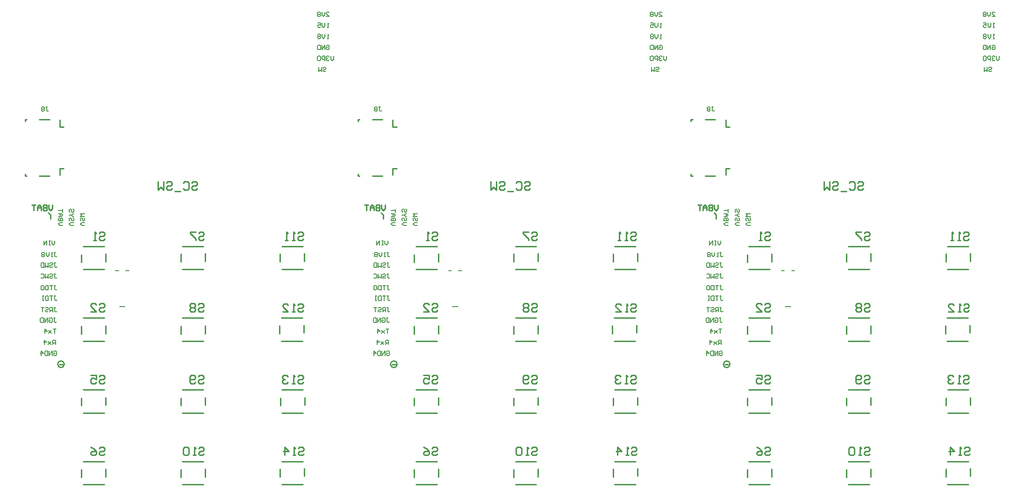
<source format=gbo>
G04 Layer_Color=16776960*
%FSLAX25Y25*%
%MOIN*%
G70*
G01*
G75*
%ADD10C,0.00787*%
%ADD49C,0.00591*%
%ADD52C,0.00984*%
%ADD93C,0.01000*%
D10*
X64961Y200787D02*
X67126D01*
X67717Y175197D02*
X71654D01*
X72245Y200787D02*
X74410D01*
X302362D02*
X304528D01*
X305118Y175197D02*
X309055D01*
X309646Y200787D02*
X311811D01*
X539764D02*
X541929D01*
X542520Y175197D02*
X546457D01*
X547048Y200787D02*
X549213D01*
D49*
X15224Y317716D02*
X16274D01*
X15749D01*
Y315092D01*
X16274Y314567D01*
X16798D01*
X17323Y315092D01*
X14175Y317191D02*
X13650Y317716D01*
X12600D01*
X12076Y317191D01*
Y316666D01*
X12600Y316141D01*
X12076Y315616D01*
Y315092D01*
X12600Y314567D01*
X13650D01*
X14175Y315092D01*
Y315616D01*
X13650Y316141D01*
X14175Y316666D01*
Y317191D01*
X13650Y316141D02*
X12600D01*
X216930Y374410D02*
X215880D01*
X216405D01*
Y377558D01*
X216930Y377033D01*
X214306Y377558D02*
Y375459D01*
X213256Y374410D01*
X212207Y375459D01*
Y377558D01*
X209058D02*
X211157D01*
Y375984D01*
X210108Y376508D01*
X209583D01*
X209058Y375984D01*
Y374934D01*
X209583Y374410D01*
X210632D01*
X211157Y374934D01*
X216930Y366535D02*
X215880D01*
X216405D01*
Y369684D01*
X216930Y369159D01*
X214306Y369684D02*
Y367585D01*
X213256Y366535D01*
X212207Y367585D01*
Y369684D01*
X211157Y369159D02*
X210632Y369684D01*
X209583D01*
X209058Y369159D01*
Y368635D01*
X209583Y368110D01*
X209058Y367585D01*
Y367060D01*
X209583Y366535D01*
X210632D01*
X211157Y367060D01*
Y367585D01*
X210632Y368110D01*
X211157Y368635D01*
Y369159D01*
X210632Y368110D02*
X209583D01*
X215224Y382283D02*
X217323D01*
X215224Y384383D01*
Y384907D01*
X215749Y385432D01*
X216798D01*
X217323Y384907D01*
X214175Y385432D02*
Y383333D01*
X213125Y382283D01*
X212076Y383333D01*
Y385432D01*
X211026Y384907D02*
X210501Y385432D01*
X209452D01*
X208927Y384907D01*
Y384383D01*
X209452Y383858D01*
X208927Y383333D01*
Y382808D01*
X209452Y382283D01*
X210501D01*
X211026Y382808D01*
Y383333D01*
X210501Y383858D01*
X211026Y384383D01*
Y384907D01*
X210501Y383858D02*
X209452D01*
X20736Y142781D02*
X21261Y143306D01*
X22310D01*
X22835Y142781D01*
Y140682D01*
X22310Y140157D01*
X21261D01*
X20736Y140682D01*
Y141732D01*
X21786D01*
X19686Y140157D02*
Y143306D01*
X17587Y140157D01*
Y143306D01*
X16538D02*
Y140157D01*
X14964D01*
X14439Y140682D01*
Y142781D01*
X14964Y143306D01*
X16538D01*
X11815Y140157D02*
Y143306D01*
X13389Y141732D01*
X11290D01*
X215224Y361285D02*
X215749Y361810D01*
X216798D01*
X217323Y361285D01*
Y359186D01*
X216798Y358661D01*
X215749D01*
X215224Y359186D01*
Y360236D01*
X216274D01*
X214175Y358661D02*
Y361810D01*
X212076Y358661D01*
Y361810D01*
X211026D02*
Y358661D01*
X209452D01*
X208927Y359186D01*
Y361285D01*
X209452Y361810D01*
X211026D01*
X21130Y213778D02*
X22179D01*
X21654D01*
Y211155D01*
X22179Y210630D01*
X22704D01*
X23229Y211155D01*
X20080Y210630D02*
X19031D01*
X19555D01*
Y213778D01*
X20080Y213254D01*
X17456Y213778D02*
Y211679D01*
X16407Y210630D01*
X15357Y211679D01*
Y213778D01*
X14308Y213254D02*
X13783Y213778D01*
X12733D01*
X12209Y213254D01*
Y212729D01*
X12733Y212204D01*
X12209Y211679D01*
Y211155D01*
X12733Y210630D01*
X13783D01*
X14308Y211155D01*
Y211679D01*
X13783Y212204D01*
X14308Y212729D01*
Y213254D01*
X13783Y212204D02*
X12733D01*
X20736Y166928D02*
X21786D01*
X21261D01*
Y164304D01*
X21786Y163779D01*
X22310D01*
X22835Y164304D01*
X17587Y166403D02*
X18112Y166928D01*
X19162D01*
X19686Y166403D01*
Y164304D01*
X19162Y163779D01*
X18112D01*
X17587Y164304D01*
Y165354D01*
X18637D01*
X16538Y163779D02*
Y166928D01*
X14439Y163779D01*
Y166928D01*
X13389D02*
Y163779D01*
X11815D01*
X11290Y164304D01*
Y166403D01*
X11815Y166928D01*
X13389D01*
X21130Y174408D02*
X22179D01*
X21654D01*
Y171785D01*
X22179Y171260D01*
X22704D01*
X23229Y171785D01*
X20080Y171260D02*
Y174408D01*
X18506D01*
X17981Y173884D01*
Y172834D01*
X18506Y172309D01*
X20080D01*
X19031D02*
X17981Y171260D01*
X14832Y173884D02*
X15357Y174408D01*
X16407D01*
X16931Y173884D01*
Y173359D01*
X16407Y172834D01*
X15357D01*
X14832Y172309D01*
Y171785D01*
X15357Y171260D01*
X16407D01*
X16931Y171785D01*
X13783Y174408D02*
X11684D01*
X12733D01*
Y171260D01*
X21130Y198424D02*
X22179D01*
X21654D01*
Y195800D01*
X22179Y195276D01*
X22704D01*
X23229Y195800D01*
X17981Y197899D02*
X18506Y198424D01*
X19555D01*
X20080Y197899D01*
Y197375D01*
X19555Y196850D01*
X18506D01*
X17981Y196325D01*
Y195800D01*
X18506Y195276D01*
X19555D01*
X20080Y195800D01*
X16931Y198424D02*
Y195276D01*
X15882Y196325D01*
X14832Y195276D01*
Y198424D01*
X11684Y197899D02*
X12209Y198424D01*
X13258D01*
X13783Y197899D01*
Y195800D01*
X13258Y195276D01*
X12209D01*
X11684Y195800D01*
X21130Y206298D02*
X22179D01*
X21654D01*
Y203674D01*
X22179Y203150D01*
X22704D01*
X23229Y203674D01*
X17981Y205773D02*
X18506Y206298D01*
X19555D01*
X20080Y205773D01*
Y205249D01*
X19555Y204724D01*
X18506D01*
X17981Y204199D01*
Y203674D01*
X18506Y203150D01*
X19555D01*
X20080Y203674D01*
X16931Y206298D02*
Y203150D01*
X15882Y204199D01*
X14832Y203150D01*
Y206298D01*
X13783D02*
Y203150D01*
X12209D01*
X11684Y203674D01*
Y205773D01*
X12209Y206298D01*
X13783D01*
X21130Y182676D02*
X22179D01*
X21654D01*
Y180052D01*
X22179Y179528D01*
X22704D01*
X23229Y180052D01*
X20080Y182676D02*
X17981D01*
X19031D01*
Y179528D01*
X16931Y182676D02*
Y179528D01*
X15357D01*
X14832Y180052D01*
Y182151D01*
X15357Y182676D01*
X16931D01*
X13783D02*
X12733D01*
X13258D01*
Y179528D01*
X13783D01*
X12733D01*
X21130Y190156D02*
X22179D01*
X21654D01*
Y187533D01*
X22179Y187008D01*
X22704D01*
X23229Y187533D01*
X20080Y190156D02*
X17981D01*
X19031D01*
Y187008D01*
X16931Y190156D02*
Y187008D01*
X15357D01*
X14832Y187533D01*
Y189632D01*
X15357Y190156D01*
X16931D01*
X12209D02*
X13258D01*
X13783Y189632D01*
Y187533D01*
X13258Y187008D01*
X12209D01*
X11684Y187533D01*
Y189632D01*
X12209Y190156D01*
X22048Y148031D02*
Y151180D01*
X20473D01*
X19949Y150655D01*
Y149606D01*
X20473Y149081D01*
X22048D01*
X20998D02*
X19949Y148031D01*
X18899Y150131D02*
X16800Y148031D01*
X17850Y149081D01*
X16800Y150131D01*
X18899Y148031D01*
X14176D02*
Y151180D01*
X15750Y149606D01*
X13651D01*
X212862Y345537D02*
X213387Y346062D01*
X214436D01*
X214961Y345537D01*
Y345012D01*
X214436Y344488D01*
X213387D01*
X212862Y343963D01*
Y343438D01*
X213387Y342913D01*
X214436D01*
X214961Y343438D01*
X211812Y346062D02*
Y342913D01*
X210763Y343963D01*
X209713Y342913D01*
Y346062D01*
X22441Y159054D02*
X20342D01*
X21392D01*
Y155905D01*
X19293Y158005D02*
X17194Y155905D01*
X18243Y156955D01*
X17194Y158005D01*
X19293Y155905D01*
X14570D02*
Y159054D01*
X16144Y157480D01*
X14045D01*
X220473Y353936D02*
Y351837D01*
X219423Y350787D01*
X218374Y351837D01*
Y353936D01*
X217324Y353411D02*
X216799Y353936D01*
X215750D01*
X215225Y353411D01*
Y352887D01*
X215750Y352362D01*
X216275D01*
X215750D01*
X215225Y351837D01*
Y351312D01*
X215750Y350787D01*
X216799D01*
X217324Y351312D01*
X214176Y350787D02*
Y353936D01*
X212601D01*
X212077Y353411D01*
Y352362D01*
X212601Y351837D01*
X214176D01*
X211027Y353411D02*
X210502Y353936D01*
X209453D01*
X208928Y353411D01*
Y351312D01*
X209453Y350787D01*
X210502D01*
X211027Y351312D01*
Y353411D01*
X27165Y233071D02*
X25066D01*
X24016Y234120D01*
X25066Y235170D01*
X27165D01*
Y236220D02*
X24016D01*
Y237794D01*
X24541Y238318D01*
X25066D01*
X25590Y237794D01*
Y236220D01*
Y237794D01*
X26115Y238318D01*
X26640D01*
X27165Y237794D01*
Y236220D01*
X24016Y239368D02*
X26115D01*
X27165Y240418D01*
X26115Y241467D01*
X24016D01*
X25590D01*
Y239368D01*
X27165Y242517D02*
Y244616D01*
Y243566D01*
X24016D01*
X21654Y222046D02*
Y219947D01*
X20604Y218898D01*
X19555Y219947D01*
Y222046D01*
X18505D02*
X17456D01*
X17981D01*
Y218898D01*
X18505D01*
X17456D01*
X15881D02*
Y222046D01*
X13782Y218898D01*
Y222046D01*
X42913Y233071D02*
X40814D01*
X39764Y234120D01*
X40814Y235170D01*
X42913D01*
X42388Y238318D02*
X42913Y237794D01*
Y236744D01*
X42388Y236220D01*
X41863D01*
X41339Y236744D01*
Y237794D01*
X40814Y238318D01*
X40289D01*
X39764Y237794D01*
Y236744D01*
X40289Y236220D01*
X42913Y239368D02*
X39764D01*
X40814Y240418D01*
X39764Y241467D01*
X42913D01*
X35039Y233071D02*
X32940D01*
X31890Y234120D01*
X32940Y235170D01*
X35039D01*
X34514Y238318D02*
X35039Y237794D01*
Y236744D01*
X34514Y236220D01*
X33989D01*
X33464Y236744D01*
Y237794D01*
X32940Y238318D01*
X32415D01*
X31890Y237794D01*
Y236744D01*
X32415Y236220D01*
X35039Y239368D02*
X34514D01*
X33464Y240418D01*
X34514Y241467D01*
X35039D01*
X33464Y240418D02*
X31890D01*
X34514Y244616D02*
X35039Y244091D01*
Y243041D01*
X34514Y242517D01*
X33989D01*
X33464Y243041D01*
Y244091D01*
X32940Y244616D01*
X32415D01*
X31890Y244091D01*
Y243041D01*
X32415Y242517D01*
X252626Y317716D02*
X253675D01*
X253150D01*
Y315092D01*
X253675Y314567D01*
X254200D01*
X254725Y315092D01*
X251576Y317191D02*
X251051Y317716D01*
X250002D01*
X249477Y317191D01*
Y316666D01*
X250002Y316141D01*
X249477Y315616D01*
Y315092D01*
X250002Y314567D01*
X251051D01*
X251576Y315092D01*
Y315616D01*
X251051Y316141D01*
X251576Y316666D01*
Y317191D01*
X251051Y316141D02*
X250002D01*
X454331Y374410D02*
X453281D01*
X453806D01*
Y377558D01*
X454331Y377033D01*
X451707Y377558D02*
Y375459D01*
X450658Y374410D01*
X449608Y375459D01*
Y377558D01*
X446460D02*
X448559D01*
Y375984D01*
X447509Y376508D01*
X446984D01*
X446460Y375984D01*
Y374934D01*
X446984Y374410D01*
X448034D01*
X448559Y374934D01*
X454331Y366535D02*
X453281D01*
X453806D01*
Y369684D01*
X454331Y369159D01*
X451707Y369684D02*
Y367585D01*
X450658Y366535D01*
X449608Y367585D01*
Y369684D01*
X448559Y369159D02*
X448034Y369684D01*
X446984D01*
X446460Y369159D01*
Y368635D01*
X446984Y368110D01*
X446460Y367585D01*
Y367060D01*
X446984Y366535D01*
X448034D01*
X448559Y367060D01*
Y367585D01*
X448034Y368110D01*
X448559Y368635D01*
Y369159D01*
X448034Y368110D02*
X446984D01*
X452626Y382283D02*
X454725D01*
X452626Y384383D01*
Y384907D01*
X453150Y385432D01*
X454200D01*
X454725Y384907D01*
X451576Y385432D02*
Y383333D01*
X450527Y382283D01*
X449477Y383333D01*
Y385432D01*
X448428Y384907D02*
X447903Y385432D01*
X446853D01*
X446328Y384907D01*
Y384383D01*
X446853Y383858D01*
X446328Y383333D01*
Y382808D01*
X446853Y382283D01*
X447903D01*
X448428Y382808D01*
Y383333D01*
X447903Y383858D01*
X448428Y384383D01*
Y384907D01*
X447903Y383858D02*
X446853D01*
X258137Y142781D02*
X258662Y143306D01*
X259712D01*
X260237Y142781D01*
Y140682D01*
X259712Y140157D01*
X258662D01*
X258137Y140682D01*
Y141732D01*
X259187D01*
X257088Y140157D02*
Y143306D01*
X254989Y140157D01*
Y143306D01*
X253939D02*
Y140157D01*
X252365D01*
X251840Y140682D01*
Y142781D01*
X252365Y143306D01*
X253939D01*
X249217Y140157D02*
Y143306D01*
X250791Y141732D01*
X248692D01*
X452626Y361285D02*
X453150Y361810D01*
X454200D01*
X454725Y361285D01*
Y359186D01*
X454200Y358661D01*
X453150D01*
X452626Y359186D01*
Y360236D01*
X453675D01*
X451576Y358661D02*
Y361810D01*
X449477Y358661D01*
Y361810D01*
X448427D02*
Y358661D01*
X446853D01*
X446328Y359186D01*
Y361285D01*
X446853Y361810D01*
X448427D01*
X258531Y213778D02*
X259581D01*
X259056D01*
Y211155D01*
X259581Y210630D01*
X260105D01*
X260630Y211155D01*
X257482Y210630D02*
X256432D01*
X256957D01*
Y213778D01*
X257482Y213254D01*
X254858Y213778D02*
Y211679D01*
X253808Y210630D01*
X252759Y211679D01*
Y213778D01*
X251709Y213254D02*
X251185Y213778D01*
X250135D01*
X249610Y213254D01*
Y212729D01*
X250135Y212204D01*
X249610Y211679D01*
Y211155D01*
X250135Y210630D01*
X251185D01*
X251709Y211155D01*
Y211679D01*
X251185Y212204D01*
X251709Y212729D01*
Y213254D01*
X251185Y212204D02*
X250135D01*
X258137Y166928D02*
X259187D01*
X258662D01*
Y164304D01*
X259187Y163779D01*
X259712D01*
X260237Y164304D01*
X254989Y166403D02*
X255514Y166928D01*
X256563D01*
X257088Y166403D01*
Y164304D01*
X256563Y163779D01*
X255514D01*
X254989Y164304D01*
Y165354D01*
X256038D01*
X253939Y163779D02*
Y166928D01*
X251840Y163779D01*
Y166928D01*
X250791D02*
Y163779D01*
X249217D01*
X248692Y164304D01*
Y166403D01*
X249217Y166928D01*
X250791D01*
X258531Y174408D02*
X259581D01*
X259056D01*
Y171785D01*
X259581Y171260D01*
X260105D01*
X260630Y171785D01*
X257482Y171260D02*
Y174408D01*
X255907D01*
X255383Y173884D01*
Y172834D01*
X255907Y172309D01*
X257482D01*
X256432D02*
X255383Y171260D01*
X252234Y173884D02*
X252759Y174408D01*
X253808D01*
X254333Y173884D01*
Y173359D01*
X253808Y172834D01*
X252759D01*
X252234Y172309D01*
Y171785D01*
X252759Y171260D01*
X253808D01*
X254333Y171785D01*
X251185Y174408D02*
X249085D01*
X250135D01*
Y171260D01*
X258531Y198424D02*
X259581D01*
X259056D01*
Y195800D01*
X259581Y195276D01*
X260105D01*
X260630Y195800D01*
X255383Y197899D02*
X255907Y198424D01*
X256957D01*
X257482Y197899D01*
Y197375D01*
X256957Y196850D01*
X255907D01*
X255383Y196325D01*
Y195800D01*
X255907Y195276D01*
X256957D01*
X257482Y195800D01*
X254333Y198424D02*
Y195276D01*
X253284Y196325D01*
X252234Y195276D01*
Y198424D01*
X249085Y197899D02*
X249610Y198424D01*
X250660D01*
X251185Y197899D01*
Y195800D01*
X250660Y195276D01*
X249610D01*
X249085Y195800D01*
X258531Y206298D02*
X259581D01*
X259056D01*
Y203674D01*
X259581Y203150D01*
X260105D01*
X260630Y203674D01*
X255383Y205773D02*
X255907Y206298D01*
X256957D01*
X257482Y205773D01*
Y205249D01*
X256957Y204724D01*
X255907D01*
X255383Y204199D01*
Y203674D01*
X255907Y203150D01*
X256957D01*
X257482Y203674D01*
X254333Y206298D02*
Y203150D01*
X253284Y204199D01*
X252234Y203150D01*
Y206298D01*
X251185D02*
Y203150D01*
X249610D01*
X249085Y203674D01*
Y205773D01*
X249610Y206298D01*
X251185D01*
X258531Y182676D02*
X259581D01*
X259056D01*
Y180052D01*
X259581Y179528D01*
X260105D01*
X260630Y180052D01*
X257482Y182676D02*
X255383D01*
X256432D01*
Y179528D01*
X254333Y182676D02*
Y179528D01*
X252759D01*
X252234Y180052D01*
Y182151D01*
X252759Y182676D01*
X254333D01*
X251185D02*
X250135D01*
X250660D01*
Y179528D01*
X251185D01*
X250135D01*
X258531Y190156D02*
X259581D01*
X259056D01*
Y187533D01*
X259581Y187008D01*
X260105D01*
X260630Y187533D01*
X257482Y190156D02*
X255383D01*
X256432D01*
Y187008D01*
X254333Y190156D02*
Y187008D01*
X252759D01*
X252234Y187533D01*
Y189632D01*
X252759Y190156D01*
X254333D01*
X249610D02*
X250660D01*
X251185Y189632D01*
Y187533D01*
X250660Y187008D01*
X249610D01*
X249085Y187533D01*
Y189632D01*
X249610Y190156D01*
X259449Y148031D02*
Y151180D01*
X257875D01*
X257350Y150655D01*
Y149606D01*
X257875Y149081D01*
X259449D01*
X258400D02*
X257350Y148031D01*
X256301Y150131D02*
X254202Y148031D01*
X255251Y149081D01*
X254202Y150131D01*
X256301Y148031D01*
X251578D02*
Y151180D01*
X253152Y149606D01*
X251053D01*
X450264Y345537D02*
X450788Y346062D01*
X451838D01*
X452362Y345537D01*
Y345012D01*
X451838Y344488D01*
X450788D01*
X450264Y343963D01*
Y343438D01*
X450788Y342913D01*
X451838D01*
X452362Y343438D01*
X449214Y346062D02*
Y342913D01*
X448164Y343963D01*
X447115Y342913D01*
Y346062D01*
X259843Y159054D02*
X257744D01*
X258793D01*
Y155905D01*
X256694Y158005D02*
X254595Y155905D01*
X255645Y156955D01*
X254595Y158005D01*
X256694Y155905D01*
X251971D02*
Y159054D01*
X253546Y157480D01*
X251447D01*
X457874Y353936D02*
Y351837D01*
X456825Y350787D01*
X455775Y351837D01*
Y353936D01*
X454726Y353411D02*
X454201Y353936D01*
X453152D01*
X452627Y353411D01*
Y352887D01*
X453152Y352362D01*
X453676D01*
X453152D01*
X452627Y351837D01*
Y351312D01*
X453152Y350787D01*
X454201D01*
X454726Y351312D01*
X451577Y350787D02*
Y353936D01*
X450003D01*
X449478Y353411D01*
Y352362D01*
X450003Y351837D01*
X451577D01*
X448429Y353411D02*
X447904Y353936D01*
X446854D01*
X446329Y353411D01*
Y351312D01*
X446854Y350787D01*
X447904D01*
X448429Y351312D01*
Y353411D01*
X264566Y233071D02*
X262467D01*
X261418Y234120D01*
X262467Y235170D01*
X264566D01*
Y236220D02*
X261418D01*
Y237794D01*
X261942Y238318D01*
X262467D01*
X262992Y237794D01*
Y236220D01*
Y237794D01*
X263517Y238318D01*
X264041D01*
X264566Y237794D01*
Y236220D01*
X261418Y239368D02*
X263517D01*
X264566Y240418D01*
X263517Y241467D01*
X261418D01*
X262992D01*
Y239368D01*
X264566Y242517D02*
Y244616D01*
Y243566D01*
X261418D01*
X259055Y222046D02*
Y219947D01*
X258006Y218898D01*
X256956Y219947D01*
Y222046D01*
X255907D02*
X254857D01*
X255382D01*
Y218898D01*
X255907D01*
X254857D01*
X253283D02*
Y222046D01*
X251184Y218898D01*
Y222046D01*
X280314Y233071D02*
X278215D01*
X277166Y234120D01*
X278215Y235170D01*
X280314D01*
X279789Y238318D02*
X280314Y237794D01*
Y236744D01*
X279789Y236220D01*
X279265D01*
X278740Y236744D01*
Y237794D01*
X278215Y238318D01*
X277691D01*
X277166Y237794D01*
Y236744D01*
X277691Y236220D01*
X280314Y239368D02*
X277166D01*
X278215Y240418D01*
X277166Y241467D01*
X280314D01*
X272440Y233071D02*
X270341D01*
X269292Y234120D01*
X270341Y235170D01*
X272440D01*
X271916Y238318D02*
X272440Y237794D01*
Y236744D01*
X271916Y236220D01*
X271391D01*
X270866Y236744D01*
Y237794D01*
X270341Y238318D01*
X269816D01*
X269292Y237794D01*
Y236744D01*
X269816Y236220D01*
X272440Y239368D02*
X271916D01*
X270866Y240418D01*
X271916Y241467D01*
X272440D01*
X270866Y240418D02*
X269292D01*
X271916Y244616D02*
X272440Y244091D01*
Y243041D01*
X271916Y242517D01*
X271391D01*
X270866Y243041D01*
Y244091D01*
X270341Y244616D01*
X269816D01*
X269292Y244091D01*
Y243041D01*
X269816Y242517D01*
X490027Y317716D02*
X491077D01*
X490552D01*
Y315092D01*
X491077Y314567D01*
X491602D01*
X492126Y315092D01*
X488978Y317191D02*
X488453Y317716D01*
X487403D01*
X486879Y317191D01*
Y316666D01*
X487403Y316141D01*
X486879Y315616D01*
Y315092D01*
X487403Y314567D01*
X488453D01*
X488978Y315092D01*
Y315616D01*
X488453Y316141D01*
X488978Y316666D01*
Y317191D01*
X488453Y316141D02*
X487403D01*
X691733Y374410D02*
X690683D01*
X691208D01*
Y377558D01*
X691733Y377033D01*
X689109Y377558D02*
Y375459D01*
X688059Y374410D01*
X687010Y375459D01*
Y377558D01*
X683861D02*
X685960D01*
Y375984D01*
X684911Y376508D01*
X684386D01*
X683861Y375984D01*
Y374934D01*
X684386Y374410D01*
X685435D01*
X685960Y374934D01*
X691733Y366535D02*
X690683D01*
X691208D01*
Y369684D01*
X691733Y369159D01*
X689109Y369684D02*
Y367585D01*
X688059Y366535D01*
X687010Y367585D01*
Y369684D01*
X685960Y369159D02*
X685435Y369684D01*
X684386D01*
X683861Y369159D01*
Y368635D01*
X684386Y368110D01*
X683861Y367585D01*
Y367060D01*
X684386Y366535D01*
X685435D01*
X685960Y367060D01*
Y367585D01*
X685435Y368110D01*
X685960Y368635D01*
Y369159D01*
X685435Y368110D02*
X684386D01*
X690027Y382283D02*
X692126D01*
X690027Y384383D01*
Y384907D01*
X690552Y385432D01*
X691602D01*
X692126Y384907D01*
X688978Y385432D02*
Y383333D01*
X687928Y382283D01*
X686879Y383333D01*
Y385432D01*
X685829Y384907D02*
X685304Y385432D01*
X684255D01*
X683730Y384907D01*
Y384383D01*
X684255Y383858D01*
X683730Y383333D01*
Y382808D01*
X684255Y382283D01*
X685304D01*
X685829Y382808D01*
Y383333D01*
X685304Y383858D01*
X685829Y384383D01*
Y384907D01*
X685304Y383858D02*
X684255D01*
X495539Y142781D02*
X496064Y143306D01*
X497113D01*
X497638Y142781D01*
Y140682D01*
X497113Y140157D01*
X496064D01*
X495539Y140682D01*
Y141732D01*
X496589D01*
X494489Y140157D02*
Y143306D01*
X492390Y140157D01*
Y143306D01*
X491341D02*
Y140157D01*
X489767D01*
X489242Y140682D01*
Y142781D01*
X489767Y143306D01*
X491341D01*
X486618Y140157D02*
Y143306D01*
X488192Y141732D01*
X486093D01*
X690027Y361285D02*
X690552Y361810D01*
X691602D01*
X692126Y361285D01*
Y359186D01*
X691602Y358661D01*
X690552D01*
X690027Y359186D01*
Y360236D01*
X691077D01*
X688978Y358661D02*
Y361810D01*
X686879Y358661D01*
Y361810D01*
X685829D02*
Y358661D01*
X684255D01*
X683730Y359186D01*
Y361285D01*
X684255Y361810D01*
X685829D01*
X495933Y213778D02*
X496982D01*
X496457D01*
Y211155D01*
X496982Y210630D01*
X497507D01*
X498032Y211155D01*
X494883Y210630D02*
X493834D01*
X494358D01*
Y213778D01*
X494883Y213254D01*
X492259Y213778D02*
Y211679D01*
X491210Y210630D01*
X490160Y211679D01*
Y213778D01*
X489111Y213254D02*
X488586Y213778D01*
X487536D01*
X487012Y213254D01*
Y212729D01*
X487536Y212204D01*
X487012Y211679D01*
Y211155D01*
X487536Y210630D01*
X488586D01*
X489111Y211155D01*
Y211679D01*
X488586Y212204D01*
X489111Y212729D01*
Y213254D01*
X488586Y212204D02*
X487536D01*
X495539Y166928D02*
X496589D01*
X496064D01*
Y164304D01*
X496589Y163779D01*
X497113D01*
X497638Y164304D01*
X492390Y166403D02*
X492915Y166928D01*
X493965D01*
X494489Y166403D01*
Y164304D01*
X493965Y163779D01*
X492915D01*
X492390Y164304D01*
Y165354D01*
X493440D01*
X491341Y163779D02*
Y166928D01*
X489242Y163779D01*
Y166928D01*
X488192D02*
Y163779D01*
X486618D01*
X486093Y164304D01*
Y166403D01*
X486618Y166928D01*
X488192D01*
X495933Y174408D02*
X496982D01*
X496457D01*
Y171785D01*
X496982Y171260D01*
X497507D01*
X498032Y171785D01*
X494883Y171260D02*
Y174408D01*
X493309D01*
X492784Y173884D01*
Y172834D01*
X493309Y172309D01*
X494883D01*
X493834D02*
X492784Y171260D01*
X489636Y173884D02*
X490160Y174408D01*
X491210D01*
X491735Y173884D01*
Y173359D01*
X491210Y172834D01*
X490160D01*
X489636Y172309D01*
Y171785D01*
X490160Y171260D01*
X491210D01*
X491735Y171785D01*
X488586Y174408D02*
X486487D01*
X487536D01*
Y171260D01*
X495933Y198424D02*
X496982D01*
X496457D01*
Y195800D01*
X496982Y195276D01*
X497507D01*
X498032Y195800D01*
X492784Y197899D02*
X493309Y198424D01*
X494358D01*
X494883Y197899D01*
Y197375D01*
X494358Y196850D01*
X493309D01*
X492784Y196325D01*
Y195800D01*
X493309Y195276D01*
X494358D01*
X494883Y195800D01*
X491735Y198424D02*
Y195276D01*
X490685Y196325D01*
X489636Y195276D01*
Y198424D01*
X486487Y197899D02*
X487012Y198424D01*
X488061D01*
X488586Y197899D01*
Y195800D01*
X488061Y195276D01*
X487012D01*
X486487Y195800D01*
X495933Y206298D02*
X496982D01*
X496457D01*
Y203674D01*
X496982Y203150D01*
X497507D01*
X498032Y203674D01*
X492784Y205773D02*
X493309Y206298D01*
X494358D01*
X494883Y205773D01*
Y205249D01*
X494358Y204724D01*
X493309D01*
X492784Y204199D01*
Y203674D01*
X493309Y203150D01*
X494358D01*
X494883Y203674D01*
X491735Y206298D02*
Y203150D01*
X490685Y204199D01*
X489636Y203150D01*
Y206298D01*
X488586D02*
Y203150D01*
X487012D01*
X486487Y203674D01*
Y205773D01*
X487012Y206298D01*
X488586D01*
X495933Y182676D02*
X496982D01*
X496457D01*
Y180052D01*
X496982Y179528D01*
X497507D01*
X498032Y180052D01*
X494883Y182676D02*
X492784D01*
X493834D01*
Y179528D01*
X491735Y182676D02*
Y179528D01*
X490160D01*
X489636Y180052D01*
Y182151D01*
X490160Y182676D01*
X491735D01*
X488586D02*
X487536D01*
X488061D01*
Y179528D01*
X488586D01*
X487536D01*
X495933Y190156D02*
X496982D01*
X496457D01*
Y187533D01*
X496982Y187008D01*
X497507D01*
X498032Y187533D01*
X494883Y190156D02*
X492784D01*
X493834D01*
Y187008D01*
X491735Y190156D02*
Y187008D01*
X490160D01*
X489636Y187533D01*
Y189632D01*
X490160Y190156D01*
X491735D01*
X487012D02*
X488061D01*
X488586Y189632D01*
Y187533D01*
X488061Y187008D01*
X487012D01*
X486487Y187533D01*
Y189632D01*
X487012Y190156D01*
X496851Y148031D02*
Y151180D01*
X495276D01*
X494752Y150655D01*
Y149606D01*
X495276Y149081D01*
X496851D01*
X495801D02*
X494752Y148031D01*
X493702Y150131D02*
X491603Y148031D01*
X492653Y149081D01*
X491603Y150131D01*
X493702Y148031D01*
X488979D02*
Y151180D01*
X490554Y149606D01*
X488454D01*
X687665Y345537D02*
X688190Y346062D01*
X689239D01*
X689764Y345537D01*
Y345012D01*
X689239Y344488D01*
X688190D01*
X687665Y343963D01*
Y343438D01*
X688190Y342913D01*
X689239D01*
X689764Y343438D01*
X686616Y346062D02*
Y342913D01*
X685566Y343963D01*
X684516Y342913D01*
Y346062D01*
X497244Y159054D02*
X495145D01*
X496195D01*
Y155905D01*
X494096Y158005D02*
X491997Y155905D01*
X493046Y156955D01*
X491997Y158005D01*
X494096Y155905D01*
X489373D02*
Y159054D01*
X490947Y157480D01*
X488848D01*
X695276Y353936D02*
Y351837D01*
X694226Y350787D01*
X693177Y351837D01*
Y353936D01*
X692127Y353411D02*
X691603Y353936D01*
X690553D01*
X690028Y353411D01*
Y352887D01*
X690553Y352362D01*
X691078D01*
X690553D01*
X690028Y351837D01*
Y351312D01*
X690553Y350787D01*
X691603D01*
X692127Y351312D01*
X688979Y350787D02*
Y353936D01*
X687404D01*
X686880Y353411D01*
Y352362D01*
X687404Y351837D01*
X688979D01*
X685830Y353411D02*
X685305Y353936D01*
X684256D01*
X683731Y353411D01*
Y351312D01*
X684256Y350787D01*
X685305D01*
X685830Y351312D01*
Y353411D01*
X501968Y233071D02*
X499869D01*
X498819Y234120D01*
X499869Y235170D01*
X501968D01*
Y236220D02*
X498819D01*
Y237794D01*
X499344Y238318D01*
X499869D01*
X500393Y237794D01*
Y236220D01*
Y237794D01*
X500918Y238318D01*
X501443D01*
X501968Y237794D01*
Y236220D01*
X498819Y239368D02*
X500918D01*
X501968Y240418D01*
X500918Y241467D01*
X498819D01*
X500393D01*
Y239368D01*
X501968Y242517D02*
Y244616D01*
Y243566D01*
X498819D01*
X496457Y222046D02*
Y219947D01*
X495407Y218898D01*
X494358Y219947D01*
Y222046D01*
X493308D02*
X492259D01*
X492784D01*
Y218898D01*
X493308D01*
X492259D01*
X490685D02*
Y222046D01*
X488586Y218898D01*
Y222046D01*
X517716Y233071D02*
X515617D01*
X514567Y234120D01*
X515617Y235170D01*
X517716D01*
X517191Y238318D02*
X517716Y237794D01*
Y236744D01*
X517191Y236220D01*
X516666D01*
X516142Y236744D01*
Y237794D01*
X515617Y238318D01*
X515092D01*
X514567Y237794D01*
Y236744D01*
X515092Y236220D01*
X517716Y239368D02*
X514567D01*
X515617Y240418D01*
X514567Y241467D01*
X517716D01*
X509842Y233071D02*
X507743D01*
X506693Y234120D01*
X507743Y235170D01*
X509842D01*
X509317Y238318D02*
X509842Y237794D01*
Y236744D01*
X509317Y236220D01*
X508792D01*
X508267Y236744D01*
Y237794D01*
X507743Y238318D01*
X507218D01*
X506693Y237794D01*
Y236744D01*
X507218Y236220D01*
X509842Y239368D02*
X509317D01*
X508267Y240418D01*
X509317Y241467D01*
X509842D01*
X508267Y240418D02*
X506693D01*
X509317Y244616D02*
X509842Y244091D01*
Y243041D01*
X509317Y242517D01*
X508792D01*
X508267Y243041D01*
Y244091D01*
X507743Y244616D01*
X507218D01*
X506693Y244091D01*
Y243041D01*
X507218Y242517D01*
D52*
X19685Y247637D02*
Y245013D01*
X18373Y243701D01*
X17062Y245013D01*
Y247637D01*
X15750D02*
Y243701D01*
X13782D01*
X13126Y244357D01*
Y245013D01*
X13782Y245669D01*
X15750D01*
X13782D01*
X13126Y246325D01*
Y246981D01*
X13782Y247637D01*
X15750D01*
X11814Y243701D02*
Y246325D01*
X10502Y247637D01*
X9190Y246325D01*
Y243701D01*
Y245669D01*
X11814D01*
X7878Y247637D02*
X5254D01*
X6566D01*
Y243701D01*
X257087Y247637D02*
Y245013D01*
X255775Y243701D01*
X254463Y245013D01*
Y247637D01*
X253151D02*
Y243701D01*
X251183D01*
X250527Y244357D01*
Y245013D01*
X251183Y245669D01*
X253151D01*
X251183D01*
X250527Y246325D01*
Y246981D01*
X251183Y247637D01*
X253151D01*
X249216Y243701D02*
Y246325D01*
X247903Y247637D01*
X246592Y246325D01*
Y243701D01*
Y245669D01*
X249216D01*
X245280Y247637D02*
X242656D01*
X243968D01*
Y243701D01*
X494488Y247637D02*
Y245013D01*
X493177Y243701D01*
X491865Y245013D01*
Y247637D01*
X490553D02*
Y243701D01*
X488585D01*
X487929Y244357D01*
Y245013D01*
X488585Y245669D01*
X490553D01*
X488585D01*
X487929Y246325D01*
Y246981D01*
X488585Y247637D01*
X490553D01*
X486617Y243701D02*
Y246325D01*
X485305Y247637D01*
X483993Y246325D01*
Y243701D01*
Y245669D01*
X486617D01*
X482681Y247637D02*
X480057D01*
X481369D01*
Y243701D01*
D93*
X28347Y133858D02*
G03*
X28347Y133858I-2362J0D01*
G01*
X394Y307480D02*
Y308661D01*
X1575D01*
X394Y268504D02*
Y269685D01*
Y268504D02*
X1575D01*
X10630Y308661D02*
X17717D01*
X10630Y268504D02*
X17717D01*
X25197Y268898D02*
Y273622D01*
Y303543D02*
Y308268D01*
Y303543D02*
X27953D01*
X25197Y273622D02*
X27953D01*
X24803Y133858D02*
X27166D01*
X18504Y237795D02*
Y240551D01*
X16929Y242126D02*
X18504Y240551D01*
X41733Y201551D02*
X56693D01*
X57874Y207063D02*
Y212575D01*
X40551Y206669D02*
Y212181D01*
X41733Y218087D02*
X56693D01*
X112599Y218087D02*
X127559D01*
X111418Y207063D02*
Y212575D01*
X128741Y207457D02*
Y212968D01*
X112599Y201551D02*
X127559D01*
X183465Y218087D02*
X198426D01*
X182284Y207063D02*
X182284Y212575D01*
X199607Y212968D02*
X199607Y207457D01*
X183465Y201551D02*
X198426D01*
X41733Y150370D02*
X56693D01*
X57874Y155882D02*
Y161394D01*
X40551Y155488D02*
Y161000D01*
X41733Y166905D02*
X56693D01*
X112599Y150370D02*
X127559D01*
X128741Y155882D02*
Y161394D01*
X111418Y155488D02*
Y161000D01*
X112599Y166905D02*
X127559D01*
X183071Y166905D02*
X198032D01*
X181890Y155882D02*
Y161394D01*
X199213Y156276D02*
Y161787D01*
X183071Y150370D02*
X198032D01*
X183544Y99189D02*
X198505D01*
X199686Y104701D02*
Y110213D01*
X182363Y104307D02*
Y109819D01*
X183544Y115724D02*
X198505D01*
X112599Y99189D02*
X127559D01*
X128741Y104701D02*
Y110213D01*
X111418Y104307D02*
Y109819D01*
X112599Y115724D02*
X127559D01*
X41733Y99189D02*
X56693D01*
X57874Y104701D02*
Y110213D01*
X40551Y104307D02*
Y109819D01*
X41733Y115724D02*
X56693D01*
X41733Y48008D02*
X56693D01*
X57874Y53520D02*
Y59032D01*
X40551Y53126D02*
Y58638D01*
X41733Y64544D02*
X56693D01*
X112599Y48008D02*
X127559D01*
X128740Y53520D02*
Y59032D01*
X111417Y53126D02*
Y58638D01*
X112599Y64544D02*
X127559D01*
X183465Y64544D02*
X198425D01*
X182283Y53520D02*
Y59032D01*
X199606Y53914D02*
Y59426D01*
X183465Y48008D02*
X198425D01*
X194821Y227439D02*
X195820Y228439D01*
X197820D01*
X198819Y227439D01*
Y226440D01*
X197820Y225440D01*
X195820D01*
X194821Y224440D01*
Y223441D01*
X195820Y222441D01*
X197820D01*
X198819Y223441D01*
X192821Y222441D02*
X190822D01*
X191822D01*
Y228439D01*
X192821Y227439D01*
X187823Y222441D02*
X185824D01*
X186823D01*
Y228439D01*
X187823Y227439D01*
X123954Y176258D02*
X124954Y177258D01*
X126953D01*
X127953Y176258D01*
Y175259D01*
X126953Y174259D01*
X124954D01*
X123954Y173259D01*
Y172259D01*
X124954Y171260D01*
X126953D01*
X127953Y172259D01*
X121955Y176258D02*
X120955Y177258D01*
X118956D01*
X117956Y176258D01*
Y175259D01*
X118956Y174259D01*
X117956Y173259D01*
Y172259D01*
X118956Y171260D01*
X120955D01*
X121955Y172259D01*
Y173259D01*
X120955Y174259D01*
X121955Y175259D01*
Y176258D01*
X120955Y174259D02*
X118956D01*
X53088Y176258D02*
X54088Y177258D01*
X56087D01*
X57087Y176258D01*
Y175259D01*
X56087Y174259D01*
X54088D01*
X53088Y173259D01*
Y172259D01*
X54088Y171260D01*
X56087D01*
X57087Y172259D01*
X47090Y171260D02*
X51089D01*
X47090Y175259D01*
Y176258D01*
X48090Y177258D01*
X50089D01*
X51089Y176258D01*
X194821Y125077D02*
X195820Y126077D01*
X197820D01*
X198819Y125077D01*
Y124077D01*
X197820Y123078D01*
X195820D01*
X194821Y122078D01*
Y121078D01*
X195820Y120079D01*
X197820D01*
X198819Y121078D01*
X192821Y120079D02*
X190822D01*
X191822D01*
Y126077D01*
X192821Y125077D01*
X187823D02*
X186823Y126077D01*
X184824D01*
X183824Y125077D01*
Y124077D01*
X184824Y123078D01*
X185824D01*
X184824D01*
X183824Y122078D01*
Y121078D01*
X184824Y120079D01*
X186823D01*
X187823Y121078D01*
X123954Y125077D02*
X124954Y126077D01*
X126953D01*
X127953Y125077D01*
Y124077D01*
X126953Y123078D01*
X124954D01*
X123954Y122078D01*
Y121078D01*
X124954Y120079D01*
X126953D01*
X127953Y121078D01*
X121955D02*
X120955Y120079D01*
X118956D01*
X117956Y121078D01*
Y125077D01*
X118956Y126077D01*
X120955D01*
X121955Y125077D01*
Y124077D01*
X120955Y123078D01*
X117956D01*
X53088Y125077D02*
X54088Y126077D01*
X56087D01*
X57087Y125077D01*
Y124077D01*
X56087Y123078D01*
X54088D01*
X53088Y122078D01*
Y121078D01*
X54088Y120079D01*
X56087D01*
X57087Y121078D01*
X47090Y126077D02*
X51089D01*
Y123078D01*
X49090Y124077D01*
X48090D01*
X47090Y123078D01*
Y121078D01*
X48090Y120079D01*
X50089D01*
X51089Y121078D01*
X124017Y227361D02*
X125001Y228344D01*
X126969D01*
X127953Y227361D01*
Y226377D01*
X126969Y225393D01*
X125001D01*
X124017Y224409D01*
Y223425D01*
X125001Y222441D01*
X126969D01*
X127953Y223425D01*
X122049Y228344D02*
X118114D01*
Y227361D01*
X122049Y223425D01*
Y222441D01*
X53151Y73817D02*
X54135Y74801D01*
X56103D01*
X57087Y73817D01*
Y72833D01*
X56103Y71849D01*
X54135D01*
X53151Y70865D01*
Y69882D01*
X54135Y68898D01*
X56103D01*
X57087Y69882D01*
X47248Y74801D02*
X49215Y73817D01*
X51183Y71849D01*
Y69882D01*
X50200Y68898D01*
X48232D01*
X47248Y69882D01*
Y70865D01*
X48232Y71849D01*
X51183D01*
X195277Y73817D02*
X196261Y74801D01*
X198229D01*
X199213Y73817D01*
Y72833D01*
X198229Y71849D01*
X196261D01*
X195277Y70865D01*
Y69882D01*
X196261Y68898D01*
X198229D01*
X199213Y69882D01*
X193309Y68898D02*
X191341D01*
X192325D01*
Y74801D01*
X193309Y73817D01*
X185438Y68898D02*
Y74801D01*
X188390Y71849D01*
X184454D01*
X194884Y176180D02*
X195868Y177163D01*
X197835D01*
X198819Y176180D01*
Y175196D01*
X197835Y174212D01*
X195868D01*
X194884Y173228D01*
Y172244D01*
X195868Y171260D01*
X197835D01*
X198819Y172244D01*
X192916Y171260D02*
X190948D01*
X191932D01*
Y177163D01*
X192916Y176180D01*
X184060Y171260D02*
X187996D01*
X184060Y175196D01*
Y176180D01*
X185044Y177163D01*
X187012D01*
X187996Y176180D01*
X124017Y73817D02*
X125001Y74801D01*
X126969D01*
X127953Y73817D01*
Y72833D01*
X126969Y71849D01*
X125001D01*
X124017Y70865D01*
Y69882D01*
X125001Y68898D01*
X126969D01*
X127953Y69882D01*
X122049Y68898D02*
X120082D01*
X121066D01*
Y74801D01*
X122049Y73817D01*
X117130D02*
X116146Y74801D01*
X114178D01*
X113194Y73817D01*
Y69882D01*
X114178Y68898D01*
X116146D01*
X117130Y69882D01*
Y73817D01*
X119217Y263536D02*
X120217Y264536D01*
X122216D01*
X123216Y263536D01*
Y262536D01*
X122216Y261537D01*
X120217D01*
X119217Y260537D01*
Y259537D01*
X120217Y258538D01*
X122216D01*
X123216Y259537D01*
X113219Y263536D02*
X114219Y264536D01*
X116218D01*
X117218Y263536D01*
Y259537D01*
X116218Y258538D01*
X114219D01*
X113219Y259537D01*
X111220Y257538D02*
X107221D01*
X101223Y263536D02*
X102223Y264536D01*
X104222D01*
X105222Y263536D01*
Y262536D01*
X104222Y261537D01*
X102223D01*
X101223Y260537D01*
Y259537D01*
X102223Y258538D01*
X104222D01*
X105222Y259537D01*
X99224Y264536D02*
Y258538D01*
X97224Y260537D01*
X95225Y258538D01*
Y264536D01*
X53088Y227439D02*
X54088Y228439D01*
X56087D01*
X57087Y227439D01*
Y226440D01*
X56087Y225440D01*
X54088D01*
X53088Y224440D01*
Y223441D01*
X54088Y222441D01*
X56087D01*
X57087Y223441D01*
X51089Y222441D02*
X49090D01*
X50089D01*
Y228439D01*
X51089Y227439D01*
X265748Y133858D02*
G03*
X265748Y133858I-2362J0D01*
G01*
X237796Y307480D02*
Y308661D01*
X238977D01*
X237796Y268504D02*
Y269685D01*
Y268504D02*
X238977D01*
X248032Y308661D02*
X255118D01*
X248032Y268504D02*
X255118D01*
X262599Y268898D02*
Y273622D01*
Y303543D02*
Y308268D01*
Y303543D02*
X265355D01*
X262599Y273622D02*
X265355D01*
X262205Y133858D02*
X264567D01*
X255906Y237795D02*
Y240551D01*
X254331Y242126D02*
X255906Y240551D01*
X279134Y201551D02*
X294095D01*
X295276Y207063D02*
Y212575D01*
X277953Y206669D02*
Y212181D01*
X279134Y218087D02*
X294095D01*
X350000Y218087D02*
X364961D01*
X348819Y207063D02*
Y212575D01*
X366142Y207457D02*
Y212968D01*
X350000Y201551D02*
X364961D01*
X420866Y218087D02*
X435827D01*
X419685Y207063D02*
X419685Y212575D01*
X437008Y212968D02*
X437008Y207457D01*
X420866Y201551D02*
X435827D01*
X279134Y150370D02*
X294095D01*
X295276Y155882D02*
Y161394D01*
X277953Y155488D02*
Y161000D01*
X279134Y166905D02*
X294095D01*
X350000Y150370D02*
X364961D01*
X366142Y155882D02*
Y161394D01*
X348819Y155488D02*
Y161000D01*
X350000Y166905D02*
X364961D01*
X420473Y166905D02*
X435433D01*
X419292Y155882D02*
Y161394D01*
X436615Y156276D02*
Y161787D01*
X420473Y150370D02*
X435433D01*
X420946Y99189D02*
X435906D01*
X437087Y104701D02*
Y110213D01*
X419765Y104307D02*
Y109819D01*
X420946Y115724D02*
X435906D01*
X350000Y99189D02*
X364961D01*
X366142Y104701D02*
Y110213D01*
X348819Y104307D02*
Y109819D01*
X350000Y115724D02*
X364961D01*
X279134Y99189D02*
X294095D01*
X295276Y104701D02*
Y110213D01*
X277953Y104307D02*
Y109819D01*
X279134Y115724D02*
X294095D01*
X279134Y48008D02*
X294095D01*
X295276Y53520D02*
Y59032D01*
X277953Y53126D02*
Y58638D01*
X279134Y64544D02*
X294095D01*
X350000Y48008D02*
X364961D01*
X366142Y53520D02*
Y59032D01*
X348819Y53126D02*
Y58638D01*
X350000Y64544D02*
X364961D01*
X420866Y64544D02*
X435827D01*
X419685Y53520D02*
Y59032D01*
X437008Y53914D02*
Y59426D01*
X420866Y48008D02*
X435827D01*
X432222Y227439D02*
X433222Y228439D01*
X435221D01*
X436221Y227439D01*
Y226440D01*
X435221Y225440D01*
X433222D01*
X432222Y224440D01*
Y223441D01*
X433222Y222441D01*
X435221D01*
X436221Y223441D01*
X430223Y222441D02*
X428223D01*
X429223D01*
Y228439D01*
X430223Y227439D01*
X425224Y222441D02*
X423225D01*
X424225D01*
Y228439D01*
X425224Y227439D01*
X361356Y176258D02*
X362356Y177258D01*
X364355D01*
X365355Y176258D01*
Y175259D01*
X364355Y174259D01*
X362356D01*
X361356Y173259D01*
Y172259D01*
X362356Y171260D01*
X364355D01*
X365355Y172259D01*
X359357Y176258D02*
X358357Y177258D01*
X356358D01*
X355358Y176258D01*
Y175259D01*
X356358Y174259D01*
X355358Y173259D01*
Y172259D01*
X356358Y171260D01*
X358357D01*
X359357Y172259D01*
Y173259D01*
X358357Y174259D01*
X359357Y175259D01*
Y176258D01*
X358357Y174259D02*
X356358D01*
X290490Y176258D02*
X291490Y177258D01*
X293489D01*
X294489Y176258D01*
Y175259D01*
X293489Y174259D01*
X291490D01*
X290490Y173259D01*
Y172259D01*
X291490Y171260D01*
X293489D01*
X294489Y172259D01*
X284492Y171260D02*
X288491D01*
X284492Y175259D01*
Y176258D01*
X285491Y177258D01*
X287491D01*
X288491Y176258D01*
X432222Y125077D02*
X433222Y126077D01*
X435221D01*
X436221Y125077D01*
Y124077D01*
X435221Y123078D01*
X433222D01*
X432222Y122078D01*
Y121078D01*
X433222Y120079D01*
X435221D01*
X436221Y121078D01*
X430223Y120079D02*
X428223D01*
X429223D01*
Y126077D01*
X430223Y125077D01*
X425224D02*
X424225Y126077D01*
X422225D01*
X421226Y125077D01*
Y124077D01*
X422225Y123078D01*
X423225D01*
X422225D01*
X421226Y122078D01*
Y121078D01*
X422225Y120079D01*
X424225D01*
X425224Y121078D01*
X361356Y125077D02*
X362356Y126077D01*
X364355D01*
X365355Y125077D01*
Y124077D01*
X364355Y123078D01*
X362356D01*
X361356Y122078D01*
Y121078D01*
X362356Y120079D01*
X364355D01*
X365355Y121078D01*
X359357D02*
X358357Y120079D01*
X356358D01*
X355358Y121078D01*
Y125077D01*
X356358Y126077D01*
X358357D01*
X359357Y125077D01*
Y124077D01*
X358357Y123078D01*
X355358D01*
X290490Y125077D02*
X291490Y126077D01*
X293489D01*
X294489Y125077D01*
Y124077D01*
X293489Y123078D01*
X291490D01*
X290490Y122078D01*
Y121078D01*
X291490Y120079D01*
X293489D01*
X294489Y121078D01*
X284492Y126077D02*
X288491D01*
Y123078D01*
X286491Y124077D01*
X285491D01*
X284492Y123078D01*
Y121078D01*
X285491Y120079D01*
X287491D01*
X288491Y121078D01*
X361419Y227361D02*
X362403Y228344D01*
X364371D01*
X365355Y227361D01*
Y226377D01*
X364371Y225393D01*
X362403D01*
X361419Y224409D01*
Y223425D01*
X362403Y222441D01*
X364371D01*
X365355Y223425D01*
X359451Y228344D02*
X355515D01*
Y227361D01*
X359451Y223425D01*
Y222441D01*
X290553Y73817D02*
X291537Y74801D01*
X293505D01*
X294489Y73817D01*
Y72833D01*
X293505Y71849D01*
X291537D01*
X290553Y70865D01*
Y69882D01*
X291537Y68898D01*
X293505D01*
X294489Y69882D01*
X284649Y74801D02*
X286617Y73817D01*
X288585Y71849D01*
Y69882D01*
X287601Y68898D01*
X285633D01*
X284649Y69882D01*
Y70865D01*
X285633Y71849D01*
X288585D01*
X432679Y73817D02*
X433663Y74801D01*
X435631D01*
X436615Y73817D01*
Y72833D01*
X435631Y71849D01*
X433663D01*
X432679Y70865D01*
Y69882D01*
X433663Y68898D01*
X435631D01*
X436615Y69882D01*
X430711Y68898D02*
X428743D01*
X429727D01*
Y74801D01*
X430711Y73817D01*
X422839Y68898D02*
Y74801D01*
X425791Y71849D01*
X421855D01*
X432285Y176180D02*
X433269Y177163D01*
X435237D01*
X436221Y176180D01*
Y175196D01*
X435237Y174212D01*
X433269D01*
X432285Y173228D01*
Y172244D01*
X433269Y171260D01*
X435237D01*
X436221Y172244D01*
X430317Y171260D02*
X428349D01*
X429333D01*
Y177163D01*
X430317Y176180D01*
X421462Y171260D02*
X425397D01*
X421462Y175196D01*
Y176180D01*
X422446Y177163D01*
X424414D01*
X425397Y176180D01*
X361419Y73817D02*
X362403Y74801D01*
X364371D01*
X365355Y73817D01*
Y72833D01*
X364371Y71849D01*
X362403D01*
X361419Y70865D01*
Y69882D01*
X362403Y68898D01*
X364371D01*
X365355Y69882D01*
X359451Y68898D02*
X357483D01*
X358467D01*
Y74801D01*
X359451Y73817D01*
X354531D02*
X353547Y74801D01*
X351580D01*
X350596Y73817D01*
Y69882D01*
X351580Y68898D01*
X353547D01*
X354531Y69882D01*
Y73817D01*
X356619Y263536D02*
X357618Y264536D01*
X359618D01*
X360618Y263536D01*
Y262536D01*
X359618Y261537D01*
X357618D01*
X356619Y260537D01*
Y259537D01*
X357618Y258538D01*
X359618D01*
X360618Y259537D01*
X350621Y263536D02*
X351621Y264536D01*
X353620D01*
X354620Y263536D01*
Y259537D01*
X353620Y258538D01*
X351621D01*
X350621Y259537D01*
X348622Y257538D02*
X344623D01*
X338625Y263536D02*
X339624Y264536D01*
X341624D01*
X342623Y263536D01*
Y262536D01*
X341624Y261537D01*
X339624D01*
X338625Y260537D01*
Y259537D01*
X339624Y258538D01*
X341624D01*
X342623Y259537D01*
X336625Y264536D02*
Y258538D01*
X334626Y260537D01*
X332627Y258538D01*
Y264536D01*
X290490Y227439D02*
X291490Y228439D01*
X293489D01*
X294489Y227439D01*
Y226440D01*
X293489Y225440D01*
X291490D01*
X290490Y224440D01*
Y223441D01*
X291490Y222441D01*
X293489D01*
X294489Y223441D01*
X288491Y222441D02*
X286491D01*
X287491D01*
Y228439D01*
X288491Y227439D01*
X503150Y133858D02*
G03*
X503150Y133858I-2362J0D01*
G01*
X475197Y307480D02*
Y308661D01*
X476378D01*
X475197Y268504D02*
Y269685D01*
Y268504D02*
X476378D01*
X485433Y308661D02*
X492520D01*
X485433Y268504D02*
X492520D01*
X500000Y268898D02*
Y273622D01*
Y303543D02*
Y308268D01*
Y303543D02*
X502756D01*
X500000Y273622D02*
X502756D01*
X499607Y133858D02*
X501969D01*
X493307Y237795D02*
Y240551D01*
X491733Y242126D02*
X493307Y240551D01*
X516536Y201551D02*
X531496D01*
X532677Y207063D02*
Y212575D01*
X515355Y206669D02*
Y212181D01*
X516536Y218087D02*
X531496D01*
X587402Y218087D02*
X602362D01*
X586221Y207063D02*
Y212575D01*
X603544Y207457D02*
Y212968D01*
X587402Y201551D02*
X602362D01*
X658268Y218087D02*
X673229D01*
X657087Y207063D02*
X657087Y212575D01*
X674410Y212968D02*
X674410Y207457D01*
X658268Y201551D02*
X673229D01*
X516536Y150370D02*
X531496D01*
X532677Y155882D02*
Y161394D01*
X515355Y155488D02*
Y161000D01*
X516536Y166905D02*
X531496D01*
X587402Y150370D02*
X602362D01*
X603544Y155882D02*
Y161394D01*
X586221Y155488D02*
Y161000D01*
X587402Y166905D02*
X602362D01*
X657874Y166905D02*
X672835D01*
X656693Y155882D02*
Y161394D01*
X674016Y156276D02*
Y161787D01*
X657874Y150370D02*
X672835D01*
X658347Y99189D02*
X673308D01*
X674489Y104701D02*
Y110213D01*
X657166Y104307D02*
Y109819D01*
X658347Y115724D02*
X673308D01*
X587402Y99189D02*
X602362D01*
X603544Y104701D02*
Y110213D01*
X586221Y104307D02*
Y109819D01*
X587402Y115724D02*
X602362D01*
X516536Y99189D02*
X531496D01*
X532677Y104701D02*
Y110213D01*
X515355Y104307D02*
Y109819D01*
X516536Y115724D02*
X531496D01*
X516536Y48008D02*
X531496D01*
X532677Y53520D02*
Y59032D01*
X515354Y53126D02*
Y58638D01*
X516536Y64544D02*
X531496D01*
X587402Y48008D02*
X602362D01*
X603543Y53520D02*
Y59032D01*
X586221Y53126D02*
Y58638D01*
X587402Y64544D02*
X602362D01*
X658268Y64544D02*
X673228D01*
X657087Y53520D02*
Y59032D01*
X674409Y53914D02*
Y59426D01*
X658268Y48008D02*
X673228D01*
X669624Y227439D02*
X670623Y228439D01*
X672623D01*
X673622Y227439D01*
Y226440D01*
X672623Y225440D01*
X670623D01*
X669624Y224440D01*
Y223441D01*
X670623Y222441D01*
X672623D01*
X673622Y223441D01*
X667624Y222441D02*
X665625D01*
X666625D01*
Y228439D01*
X667624Y227439D01*
X662626Y222441D02*
X660627D01*
X661626D01*
Y228439D01*
X662626Y227439D01*
X598758Y176258D02*
X599757Y177258D01*
X601756D01*
X602756Y176258D01*
Y175259D01*
X601756Y174259D01*
X599757D01*
X598758Y173259D01*
Y172259D01*
X599757Y171260D01*
X601756D01*
X602756Y172259D01*
X596758Y176258D02*
X595758Y177258D01*
X593759D01*
X592759Y176258D01*
Y175259D01*
X593759Y174259D01*
X592759Y173259D01*
Y172259D01*
X593759Y171260D01*
X595758D01*
X596758Y172259D01*
Y173259D01*
X595758Y174259D01*
X596758Y175259D01*
Y176258D01*
X595758Y174259D02*
X593759D01*
X527891Y176258D02*
X528891Y177258D01*
X530890D01*
X531890Y176258D01*
Y175259D01*
X530890Y174259D01*
X528891D01*
X527891Y173259D01*
Y172259D01*
X528891Y171260D01*
X530890D01*
X531890Y172259D01*
X521893Y171260D02*
X525892D01*
X521893Y175259D01*
Y176258D01*
X522893Y177258D01*
X524892D01*
X525892Y176258D01*
X669624Y125077D02*
X670623Y126077D01*
X672623D01*
X673622Y125077D01*
Y124077D01*
X672623Y123078D01*
X670623D01*
X669624Y122078D01*
Y121078D01*
X670623Y120079D01*
X672623D01*
X673622Y121078D01*
X667624Y120079D02*
X665625D01*
X666625D01*
Y126077D01*
X667624Y125077D01*
X662626D02*
X661626Y126077D01*
X659627D01*
X658627Y125077D01*
Y124077D01*
X659627Y123078D01*
X660627D01*
X659627D01*
X658627Y122078D01*
Y121078D01*
X659627Y120079D01*
X661626D01*
X662626Y121078D01*
X598758Y125077D02*
X599757Y126077D01*
X601756D01*
X602756Y125077D01*
Y124077D01*
X601756Y123078D01*
X599757D01*
X598758Y122078D01*
Y121078D01*
X599757Y120079D01*
X601756D01*
X602756Y121078D01*
X596758D02*
X595758Y120079D01*
X593759D01*
X592759Y121078D01*
Y125077D01*
X593759Y126077D01*
X595758D01*
X596758Y125077D01*
Y124077D01*
X595758Y123078D01*
X592759D01*
X527891Y125077D02*
X528891Y126077D01*
X530890D01*
X531890Y125077D01*
Y124077D01*
X530890Y123078D01*
X528891D01*
X527891Y122078D01*
Y121078D01*
X528891Y120079D01*
X530890D01*
X531890Y121078D01*
X521893Y126077D02*
X525892D01*
Y123078D01*
X523893Y124077D01*
X522893D01*
X521893Y123078D01*
Y121078D01*
X522893Y120079D01*
X524892D01*
X525892Y121078D01*
X598820Y227361D02*
X599804Y228344D01*
X601772D01*
X602756Y227361D01*
Y226377D01*
X601772Y225393D01*
X599804D01*
X598820Y224409D01*
Y223425D01*
X599804Y222441D01*
X601772D01*
X602756Y223425D01*
X596853Y228344D02*
X592917D01*
Y227361D01*
X596853Y223425D01*
Y222441D01*
X527954Y73817D02*
X528938Y74801D01*
X530906D01*
X531890Y73817D01*
Y72833D01*
X530906Y71849D01*
X528938D01*
X527954Y70865D01*
Y69882D01*
X528938Y68898D01*
X530906D01*
X531890Y69882D01*
X522051Y74801D02*
X524019Y73817D01*
X525986Y71849D01*
Y69882D01*
X525002Y68898D01*
X523035D01*
X522051Y69882D01*
Y70865D01*
X523035Y71849D01*
X525986D01*
X670080Y73817D02*
X671064Y74801D01*
X673032D01*
X674016Y73817D01*
Y72833D01*
X673032Y71849D01*
X671064D01*
X670080Y70865D01*
Y69882D01*
X671064Y68898D01*
X673032D01*
X674016Y69882D01*
X668112Y68898D02*
X666145D01*
X667129D01*
Y74801D01*
X668112Y73817D01*
X660241Y68898D02*
Y74801D01*
X663193Y71849D01*
X659257D01*
X669687Y176180D02*
X670671Y177163D01*
X672638D01*
X673622Y176180D01*
Y175196D01*
X672638Y174212D01*
X670671D01*
X669687Y173228D01*
Y172244D01*
X670671Y171260D01*
X672638D01*
X673622Y172244D01*
X667719Y171260D02*
X665751D01*
X666735D01*
Y177163D01*
X667719Y176180D01*
X658863Y171260D02*
X662799D01*
X658863Y175196D01*
Y176180D01*
X659847Y177163D01*
X661815D01*
X662799Y176180D01*
X598820Y73817D02*
X599804Y74801D01*
X601772D01*
X602756Y73817D01*
Y72833D01*
X601772Y71849D01*
X599804D01*
X598820Y70865D01*
Y69882D01*
X599804Y68898D01*
X601772D01*
X602756Y69882D01*
X596853Y68898D02*
X594885D01*
X595869D01*
Y74801D01*
X596853Y73817D01*
X591933D02*
X590949Y74801D01*
X588981D01*
X587997Y73817D01*
Y69882D01*
X588981Y68898D01*
X590949D01*
X591933Y69882D01*
Y73817D01*
X594020Y263536D02*
X595020Y264536D01*
X597019D01*
X598019Y263536D01*
Y262536D01*
X597019Y261537D01*
X595020D01*
X594020Y260537D01*
Y259537D01*
X595020Y258538D01*
X597019D01*
X598019Y259537D01*
X588022Y263536D02*
X589022Y264536D01*
X591021D01*
X592021Y263536D01*
Y259537D01*
X591021Y258538D01*
X589022D01*
X588022Y259537D01*
X586023Y257538D02*
X582024D01*
X576026Y263536D02*
X577026Y264536D01*
X579025D01*
X580025Y263536D01*
Y262536D01*
X579025Y261537D01*
X577026D01*
X576026Y260537D01*
Y259537D01*
X577026Y258538D01*
X579025D01*
X580025Y259537D01*
X574027Y264536D02*
Y258538D01*
X572027Y260537D01*
X570028Y258538D01*
Y264536D01*
X527891Y227439D02*
X528891Y228439D01*
X530890D01*
X531890Y227439D01*
Y226440D01*
X530890Y225440D01*
X528891D01*
X527891Y224440D01*
Y223441D01*
X528891Y222441D01*
X530890D01*
X531890Y223441D01*
X525892Y222441D02*
X523893D01*
X524892D01*
Y228439D01*
X525892Y227439D01*
M02*

</source>
